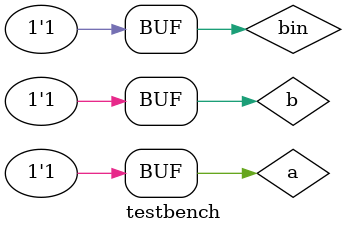
<source format=v>
`include "full_sub.v"

module testbench;
    reg a, b, bin;
    wire diff, bout;
    
    full_sub sub1(a, b, diff, bin, bout);
    
    initial 
    begin
      $dumpfile("full_sub.vcd");
      $dumpvars(0, testbench);
      a = 1'b0; b = 1'b0; bin = 1'b0; 
      #2;
      a = 1'b0; b = 1'b1; bin = 1'b0;
      #2;
      a = 1'b1; b = 1'b0; bin = 1'b0;
      #2;
      a = 1'b1; b = 1'b1; bin = 1'b0;
      #2;
      a = 1'b0; b = 1'b0; bin = 1'b1;
      #2;
      a = 1'b0; b = 1'b1; bin = 1'b1;
      #2;
      a = 1'b1; b = 1'b0; bin = 1'b1;
      #2;
      a = 1'b1; b = 1'b1; bin = 1'b1;
    end
endmodule

//iverilog -o full_sub_testbench.vvp full_sub_testbench.v
//vvp full_sub_testbench.vvp

</source>
